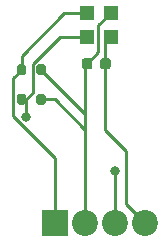
<source format=gtl>
%TF.GenerationSoftware,KiCad,Pcbnew,(5.1.12)-1*%
%TF.CreationDate,2022-08-18T11:38:46-07:00*%
%TF.ProjectId,HighPressureSensorArray,48696768-5072-4657-9373-75726553656e,rev?*%
%TF.SameCoordinates,Original*%
%TF.FileFunction,Copper,L1,Top*%
%TF.FilePolarity,Positive*%
%FSLAX46Y46*%
G04 Gerber Fmt 4.6, Leading zero omitted, Abs format (unit mm)*
G04 Created by KiCad (PCBNEW (5.1.12)-1) date 2022-08-18 11:38:46*
%MOMM*%
%LPD*%
G01*
G04 APERTURE LIST*
%TA.AperFunction,ComponentPad*%
%ADD10R,2.200000X2.200000*%
%TD*%
%TA.AperFunction,ComponentPad*%
%ADD11C,2.200000*%
%TD*%
%TA.AperFunction,SMDPad,CuDef*%
%ADD12R,1.300000X1.300000*%
%TD*%
%TA.AperFunction,ViaPad*%
%ADD13C,0.800000*%
%TD*%
%TA.AperFunction,Conductor*%
%ADD14C,0.250000*%
%TD*%
G04 APERTURE END LIST*
%TA.AperFunction,SMDPad,CuDef*%
G36*
G01*
X104725000Y-66250000D02*
X104725000Y-66750000D01*
G75*
G02*
X104500000Y-66975000I-225000J0D01*
G01*
X104050000Y-66975000D01*
G75*
G02*
X103825000Y-66750000I0J225000D01*
G01*
X103825000Y-66250000D01*
G75*
G02*
X104050000Y-66025000I225000J0D01*
G01*
X104500000Y-66025000D01*
G75*
G02*
X104725000Y-66250000I0J-225000D01*
G01*
G37*
%TD.AperFunction*%
%TA.AperFunction,SMDPad,CuDef*%
G36*
G01*
X103175000Y-66250000D02*
X103175000Y-66750000D01*
G75*
G02*
X102950000Y-66975000I-225000J0D01*
G01*
X102500000Y-66975000D01*
G75*
G02*
X102275000Y-66750000I0J225000D01*
G01*
X102275000Y-66250000D01*
G75*
G02*
X102500000Y-66025000I225000J0D01*
G01*
X102950000Y-66025000D01*
G75*
G02*
X103175000Y-66250000I0J-225000D01*
G01*
G37*
%TD.AperFunction*%
D10*
X100000000Y-80000000D03*
D11*
X102540000Y-80000000D03*
X105080000Y-80000000D03*
X107620000Y-80000000D03*
%TA.AperFunction,SMDPad,CuDef*%
G36*
G01*
X99225000Y-69225000D02*
X99225000Y-69775000D01*
G75*
G02*
X99025000Y-69975000I-200000J0D01*
G01*
X98625000Y-69975000D01*
G75*
G02*
X98425000Y-69775000I0J200000D01*
G01*
X98425000Y-69225000D01*
G75*
G02*
X98625000Y-69025000I200000J0D01*
G01*
X99025000Y-69025000D01*
G75*
G02*
X99225000Y-69225000I0J-200000D01*
G01*
G37*
%TD.AperFunction*%
%TA.AperFunction,SMDPad,CuDef*%
G36*
G01*
X97575000Y-69225000D02*
X97575000Y-69775000D01*
G75*
G02*
X97375000Y-69975000I-200000J0D01*
G01*
X96975000Y-69975000D01*
G75*
G02*
X96775000Y-69775000I0J200000D01*
G01*
X96775000Y-69225000D01*
G75*
G02*
X96975000Y-69025000I200000J0D01*
G01*
X97375000Y-69025000D01*
G75*
G02*
X97575000Y-69225000I0J-200000D01*
G01*
G37*
%TD.AperFunction*%
%TA.AperFunction,SMDPad,CuDef*%
G36*
G01*
X97575000Y-66725000D02*
X97575000Y-67275000D01*
G75*
G02*
X97375000Y-67475000I-200000J0D01*
G01*
X96975000Y-67475000D01*
G75*
G02*
X96775000Y-67275000I0J200000D01*
G01*
X96775000Y-66725000D01*
G75*
G02*
X96975000Y-66525000I200000J0D01*
G01*
X97375000Y-66525000D01*
G75*
G02*
X97575000Y-66725000I0J-200000D01*
G01*
G37*
%TD.AperFunction*%
%TA.AperFunction,SMDPad,CuDef*%
G36*
G01*
X99225000Y-66725000D02*
X99225000Y-67275000D01*
G75*
G02*
X99025000Y-67475000I-200000J0D01*
G01*
X98625000Y-67475000D01*
G75*
G02*
X98425000Y-67275000I0J200000D01*
G01*
X98425000Y-66725000D01*
G75*
G02*
X98625000Y-66525000I200000J0D01*
G01*
X99025000Y-66525000D01*
G75*
G02*
X99225000Y-66725000I0J-200000D01*
G01*
G37*
%TD.AperFunction*%
D12*
X102712600Y-64200400D03*
X102712600Y-62200400D03*
X104712600Y-64200400D03*
X104712600Y-62200400D03*
D13*
X105080000Y-75580000D03*
X97512653Y-70987333D03*
D14*
X100407122Y-64200400D02*
X102712600Y-64200400D01*
X98099990Y-66507532D02*
X100407122Y-64200400D01*
X98099990Y-68975010D02*
X98099990Y-66507532D01*
X97575000Y-69500000D02*
X98099990Y-68975010D01*
X105080000Y-80000000D02*
X105080000Y-75580000D01*
X97175000Y-69500000D02*
X97575000Y-69500000D01*
X97575000Y-69500000D02*
X97575000Y-70924986D01*
X97575000Y-70924986D02*
X97512653Y-70987333D01*
X102540000Y-66685000D02*
X102725000Y-66500000D01*
X102540000Y-80000000D02*
X102540000Y-66685000D01*
X103687601Y-63225399D02*
X104712600Y-62200400D01*
X103687601Y-65537399D02*
X103687601Y-63225399D01*
X102725000Y-66500000D02*
X103687601Y-65537399D01*
X102540000Y-70715000D02*
X102540000Y-70960000D01*
X98825000Y-67000000D02*
X102540000Y-70715000D01*
X100000000Y-69500000D02*
X102500000Y-72000000D01*
X98825000Y-69500000D02*
X100000000Y-69500000D01*
X104275000Y-64638000D02*
X104712600Y-64200400D01*
X104275000Y-66500000D02*
X104275000Y-64638000D01*
X104275000Y-72137500D02*
X104275000Y-66500000D01*
X106000000Y-73862500D02*
X104275000Y-72137500D01*
X106000000Y-78380000D02*
X106000000Y-73862500D01*
X107620000Y-80000000D02*
X106000000Y-78380000D01*
X100799600Y-62200400D02*
X102712600Y-62200400D01*
X97175000Y-65825000D02*
X100799600Y-62200400D01*
X97175000Y-67000000D02*
X97175000Y-65825000D01*
X96449990Y-67725010D02*
X97175000Y-67000000D01*
X100000000Y-74500000D02*
X96449990Y-70949990D01*
X96449990Y-70949990D02*
X96449990Y-67725010D01*
X100000000Y-80000000D02*
X100000000Y-74500000D01*
M02*

</source>
